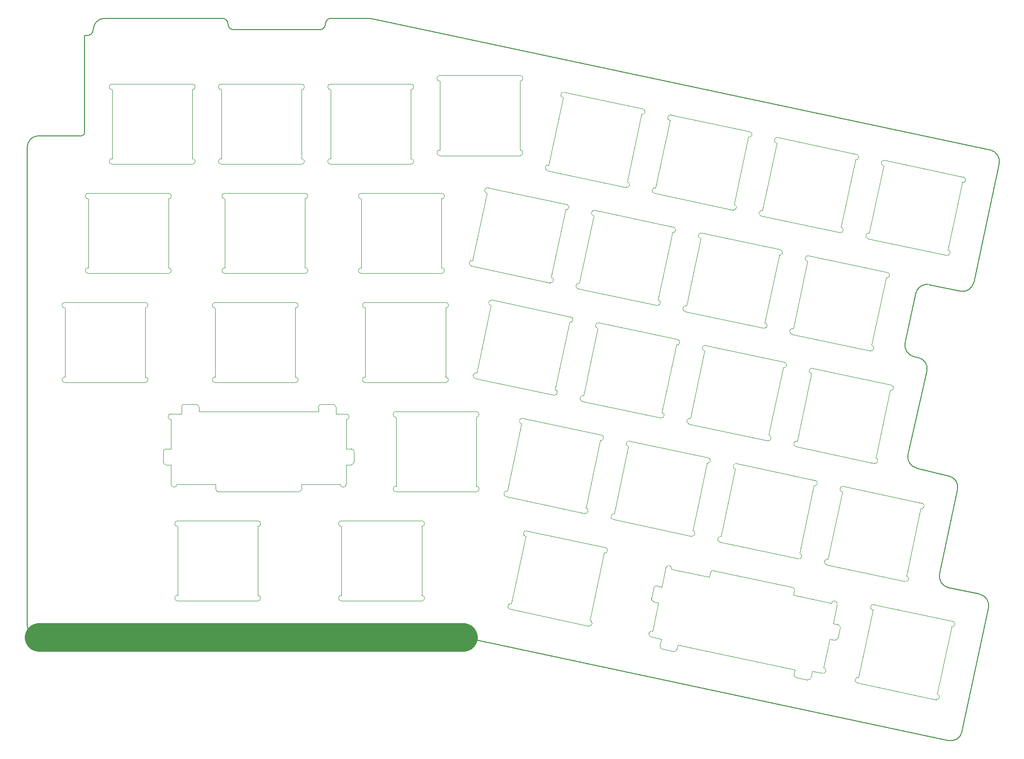
<source format=gm1>
G04 #@! TF.GenerationSoftware,KiCad,Pcbnew,(6.0.9)*
G04 #@! TF.CreationDate,2022-11-10T19:52:35+01:00*
G04 #@! TF.ProjectId,arisu,61726973-752e-46b6-9963-61645f706362,1.1*
G04 #@! TF.SameCoordinates,Original*
G04 #@! TF.FileFunction,Profile,NP*
%FSLAX46Y46*%
G04 Gerber Fmt 4.6, Leading zero omitted, Abs format (unit mm)*
G04 Created by KiCad (PCBNEW (6.0.9)) date 2022-11-10 19:52:35*
%MOMM*%
%LPD*%
G01*
G04 APERTURE LIST*
G04 #@! TA.AperFunction,Profile*
%ADD10C,0.150000*%
G04 #@! TD*
G04 #@! TA.AperFunction,Profile*
%ADD11C,5.000000*%
G04 #@! TD*
G04 #@! TA.AperFunction,Profile*
%ADD12C,0.120000*%
G04 #@! TD*
G04 APERTURE END LIST*
D10*
X165079413Y-287610870D02*
G75*
G03*
X166619916Y-289982996I1956287J-415830D01*
G01*
X164590449Y-268170449D02*
G75*
G03*
X166130889Y-270542560I1956251J-415851D01*
G01*
X21000000Y-231999999D02*
G75*
G03*
X21499999Y-231500000I0J499999D01*
G01*
X46500000Y-212500000D02*
G75*
G03*
X45500000Y-211500000I-1000000J0D01*
G01*
X46500000Y-212500000D02*
G75*
G03*
X47500000Y-213500000I1000000J0D01*
G01*
X13500000Y-232000000D02*
G75*
G03*
X11500000Y-234000000I0J-2000000D01*
G01*
X172185789Y-291356274D02*
X166619916Y-289982996D01*
X45500000Y-211500000D02*
X25000000Y-211500000D01*
X62500000Y-213500000D02*
G75*
G03*
X63500000Y-212500000I0J1000000D01*
G01*
X168802540Y-257973431D02*
G75*
G03*
X166430436Y-259513834I-415840J-1956269D01*
G01*
X21000000Y-232000000D02*
X13500000Y-232000000D01*
X180962211Y-236839676D02*
X176554485Y-257576407D01*
X170597156Y-308449506D02*
G75*
G03*
X172137661Y-310821635I1956344J-415794D01*
G01*
X177566379Y-311975542D02*
X172137661Y-310821635D01*
X55000000Y-213500000D02*
X62500000Y-213500000D01*
X166864501Y-270698494D02*
X166130889Y-270542560D01*
X11500000Y-234000000D02*
X11500000Y-317500000D01*
X11500000Y-317500000D02*
G75*
G03*
X13500000Y-319500000I2000000J0D01*
G01*
X179106853Y-314347662D02*
X174512002Y-335964725D01*
X174182365Y-259116880D02*
G75*
G03*
X176554485Y-257576407I415835J1956280D01*
G01*
X22000000Y-214500000D02*
G75*
G03*
X23000000Y-213500000I0J1000000D01*
G01*
X64500000Y-211500000D02*
X71360000Y-211500000D01*
X180962251Y-236839685D02*
G75*
G03*
X179421741Y-234467560I-1956351J415785D01*
G01*
X166430436Y-259513834D02*
X164590417Y-268170442D01*
D11*
X13500000Y-319500000D02*
X87490000Y-319500000D01*
D10*
X64500000Y-211500000D02*
G75*
G03*
X63500000Y-212500000I0J-1000000D01*
G01*
X173726261Y-293728394D02*
X170597190Y-308449513D01*
X21500000Y-231500000D02*
X21500000Y-214500000D01*
X21500000Y-214500000D02*
X22000000Y-214500000D01*
X25000000Y-211500000D02*
G75*
G03*
X23000000Y-213500000I0J-2000000D01*
G01*
X179106841Y-314347659D02*
G75*
G03*
X177566379Y-311975542I-1956241J415859D01*
G01*
X55000000Y-213500000D02*
X47500000Y-213500000D01*
X174182365Y-259116881D02*
X168802554Y-257973364D01*
X172139884Y-337505196D02*
X87490000Y-319500000D01*
X172139882Y-337505204D02*
G75*
G03*
X174512002Y-335964725I415818J1956304D01*
G01*
X179421741Y-234467560D02*
X71360000Y-211500000D01*
X168404972Y-273070613D02*
X165079446Y-287610877D01*
X168405002Y-273070619D02*
G75*
G03*
X166864501Y-270698494I-1956302J415819D01*
G01*
X173726322Y-293728407D02*
G75*
G03*
X172185789Y-291356274I-1956322J415807D01*
G01*
D12*
X106249704Y-263577854D02*
X92560137Y-260668047D01*
X92352225Y-261646194D02*
X89858242Y-273379466D01*
X103339897Y-277267421D02*
X89650330Y-274357614D01*
X106041792Y-264556002D02*
X103547809Y-276289274D01*
X103339897Y-277267420D02*
G75*
G03*
X103547809Y-276289274I103956J489073D01*
G01*
X89858242Y-273379466D02*
G75*
G03*
X89650330Y-274357614I-103956J-489074D01*
G01*
X106041792Y-264556002D02*
G75*
G03*
X106249704Y-263577854I103956J489074D01*
G01*
X92560137Y-260668048D02*
G75*
G03*
X92352225Y-261646194I-103956J-489073D01*
G01*
X152019892Y-317074750D02*
X152727540Y-313745527D01*
X130630175Y-308243596D02*
X130466465Y-309013789D01*
X120307928Y-319422772D02*
X122071919Y-319797720D01*
X145183247Y-325904687D02*
X145346957Y-325134493D01*
X124810389Y-321574302D02*
X124974099Y-320804109D01*
X148164641Y-326538402D02*
X148407565Y-325395534D01*
X152864620Y-317254302D02*
X152019892Y-317074750D01*
X147562123Y-326929681D02*
X145574527Y-326507205D01*
X152283715Y-319987247D02*
X151438986Y-319807694D01*
X122156263Y-310727039D02*
X122863911Y-307397816D01*
X120519166Y-318428974D02*
X121575357Y-313459984D01*
X145288695Y-311359360D02*
X145124985Y-312129554D01*
X145346957Y-325134493D02*
X124974099Y-320804109D01*
X124207871Y-321965582D02*
X122220275Y-321543105D01*
X120339349Y-312677913D02*
X120709016Y-310938767D01*
X145124985Y-312129554D02*
X151733742Y-313534288D01*
X123857709Y-307609055D02*
X130466465Y-309013789D01*
X120730629Y-313280431D02*
X121575357Y-313459984D01*
X121311534Y-310547487D02*
X122156263Y-310727039D01*
X144897415Y-310756842D02*
X131232693Y-307852316D01*
X121828995Y-320940587D02*
X122071919Y-319797720D01*
X150171557Y-325770482D02*
X148407565Y-325395534D01*
X150382795Y-324776684D02*
X151438986Y-319807694D01*
X153255900Y-317856820D02*
X152886233Y-319595967D01*
X152283715Y-319987247D02*
G75*
G03*
X152886233Y-319595967I105619J496899D01*
G01*
X147562123Y-326929681D02*
G75*
G03*
X148164641Y-326538402I105619J496899D01*
G01*
X124207871Y-321965582D02*
G75*
G03*
X124810389Y-321574302I105618J496900D01*
G01*
X121311534Y-310547487D02*
G75*
G03*
X120709016Y-310938767I-105618J-496900D01*
G01*
X120519166Y-318428974D02*
G75*
G03*
X120307928Y-319422772I-105619J-496899D01*
G01*
X131232693Y-307852316D02*
G75*
G03*
X130630175Y-308243596I-105618J-496900D01*
G01*
X152727540Y-313745527D02*
G75*
G03*
X151733742Y-313534288I-496899J105620D01*
G01*
X150171557Y-325770482D02*
G75*
G03*
X150382795Y-324776684I105619J496899D01*
G01*
X120339351Y-312677913D02*
G75*
G03*
X120730629Y-313280431I496899J-105619D01*
G01*
X145288695Y-311359360D02*
G75*
G03*
X144897415Y-310756842I-496899J105619D01*
G01*
X121828996Y-320940587D02*
G75*
G03*
X122220275Y-321543105I496899J-105619D01*
G01*
X123857709Y-307609055D02*
G75*
G03*
X122863911Y-307397816I-496899J105620D01*
G01*
X145183247Y-325904687D02*
G75*
G03*
X145574527Y-326507205I496899J-105619D01*
G01*
X153255900Y-317856820D02*
G75*
G03*
X152864620Y-317254302I-496899J105619D01*
G01*
X40287700Y-222972303D02*
X26292300Y-222972303D01*
X40287700Y-223972303D02*
X40287700Y-235967703D01*
X40287700Y-236967703D02*
X26292300Y-236967703D01*
X26292300Y-223972303D02*
X26292300Y-235967703D01*
X26292300Y-235967703D02*
G75*
G03*
X26292300Y-236967703I0J-500000D01*
G01*
X40287700Y-236967703D02*
G75*
G03*
X40287700Y-235967703I0J500000D01*
G01*
X26292300Y-222972303D02*
G75*
G03*
X26292300Y-223972303I0J-500000D01*
G01*
X40287700Y-223972303D02*
G75*
G03*
X40287700Y-222972303I0J500000D01*
G01*
X161453166Y-255836141D02*
X147763599Y-252926334D01*
X158543359Y-269525708D02*
X144853792Y-266615901D01*
X147555687Y-253904481D02*
X145061704Y-265637753D01*
X161245254Y-256814289D02*
X158751271Y-268547561D01*
X145061704Y-265637753D02*
G75*
G03*
X144853792Y-266615901I-103956J-489074D01*
G01*
X158543359Y-269525707D02*
G75*
G03*
X158751271Y-268547561I103956J489073D01*
G01*
X147763599Y-252926335D02*
G75*
G03*
X147555687Y-253904481I-103956J-489073D01*
G01*
X161245254Y-256814289D02*
G75*
G03*
X161453166Y-255836141I103956J489074D01*
G01*
X84447701Y-261072301D02*
X70452301Y-261072301D01*
X84447701Y-275067701D02*
X70452301Y-275067701D01*
X70452301Y-262072301D02*
X70452301Y-274067701D01*
X84447701Y-262072301D02*
X84447701Y-274067701D01*
X70452301Y-274067701D02*
G75*
G03*
X70452301Y-275067701I0J-500000D01*
G01*
X84447701Y-275067701D02*
G75*
G03*
X84447701Y-274067701I0J500000D01*
G01*
X84447701Y-262072301D02*
G75*
G03*
X84447701Y-261072301I0J500000D01*
G01*
X70452301Y-261072301D02*
G75*
G03*
X70452301Y-262072301I0J-500000D01*
G01*
X140607315Y-285188872D02*
X126917748Y-282279065D01*
X129619643Y-269567645D02*
X127125660Y-281300917D01*
X143309210Y-272477453D02*
X140815227Y-284210725D01*
X143517122Y-271499305D02*
X129827555Y-268589498D01*
X143309210Y-272477453D02*
G75*
G03*
X143517122Y-271499305I103956J489074D01*
G01*
X127125660Y-281300917D02*
G75*
G03*
X126917748Y-282279065I-103956J-489074D01*
G01*
X129827555Y-268589499D02*
G75*
G03*
X129619643Y-269567645I-103956J-489073D01*
G01*
X140607315Y-285188871D02*
G75*
G03*
X140815227Y-284210725I103956J489073D01*
G01*
X32060200Y-261072300D02*
X18064800Y-261072300D01*
X32060200Y-262072300D02*
X32060200Y-274067700D01*
X32060200Y-275067700D02*
X18064800Y-275067700D01*
X18064800Y-262072300D02*
X18064800Y-274067700D01*
X32060200Y-275067700D02*
G75*
G03*
X32060200Y-274067700I0J500000D01*
G01*
X32060200Y-262072300D02*
G75*
G03*
X32060200Y-261072300I0J500000D01*
G01*
X18064800Y-261072300D02*
G75*
G03*
X18064800Y-262072300I0J-500000D01*
G01*
X18064800Y-274067700D02*
G75*
G03*
X18064800Y-275067700I0J-500000D01*
G01*
X130031584Y-289130796D02*
X127537601Y-300864068D01*
X130239496Y-288152648D02*
X116549929Y-285242841D01*
X116342017Y-286220988D02*
X113848034Y-297954260D01*
X127329689Y-301842215D02*
X113640122Y-298932408D01*
X127329689Y-301842214D02*
G75*
G03*
X127537601Y-300864068I103956J489073D01*
G01*
X116549929Y-285242842D02*
G75*
G03*
X116342017Y-286220988I-103956J-489073D01*
G01*
X113848034Y-297954260D02*
G75*
G03*
X113640122Y-298932408I-103956J-489074D01*
G01*
X130031584Y-289130796D02*
G75*
G03*
X130239496Y-288152648I103956J489074D01*
G01*
X58253948Y-262072301D02*
X58253948Y-274067701D01*
X58253948Y-275067701D02*
X44258548Y-275067701D01*
X58253948Y-261072301D02*
X44258548Y-261072301D01*
X44258548Y-262072301D02*
X44258548Y-274067701D01*
X58253948Y-275067701D02*
G75*
G03*
X58253948Y-274067701I0J500000D01*
G01*
X44258548Y-261072301D02*
G75*
G03*
X44258548Y-262072301I0J-500000D01*
G01*
X58253948Y-262072301D02*
G75*
G03*
X58253948Y-261072301I0J500000D01*
G01*
X44258548Y-274067701D02*
G75*
G03*
X44258548Y-275067701I0J-500000D01*
G01*
X124675500Y-268516728D02*
X122181517Y-280250000D01*
X121973605Y-281228147D02*
X108284038Y-278318340D01*
X124883412Y-267538580D02*
X111193845Y-264628773D01*
X110985933Y-265606920D02*
X108491950Y-277340192D01*
X111193845Y-264628774D02*
G75*
G03*
X110985933Y-265606920I-103956J-489073D01*
G01*
X121973605Y-281228146D02*
G75*
G03*
X122181517Y-280250000I103956J489073D01*
G01*
X108491950Y-277340192D02*
G75*
G03*
X108284038Y-278318340I-103956J-489074D01*
G01*
X124675500Y-268516728D02*
G75*
G03*
X124883412Y-267538580I103956J489074D01*
G01*
X36125197Y-256017702D02*
X22129797Y-256017702D01*
X36125197Y-242022302D02*
X22129797Y-242022302D01*
X22129797Y-243022302D02*
X22129797Y-255017702D01*
X36125197Y-243022302D02*
X36125197Y-255017702D01*
X36125197Y-256017702D02*
G75*
G03*
X36125197Y-255017702I0J500000D01*
G01*
X36125197Y-243022302D02*
G75*
G03*
X36125197Y-242022302I0J500000D01*
G01*
X22129797Y-255017702D02*
G75*
G03*
X22129797Y-256017702I0J-500000D01*
G01*
X22129797Y-242022302D02*
G75*
G03*
X22129797Y-243022302I0J-500000D01*
G01*
X169953244Y-330377698D02*
X156263677Y-327467891D01*
X172863051Y-316688131D02*
X159173484Y-313778324D01*
X172655139Y-317666279D02*
X170161156Y-329399551D01*
X158965572Y-314756471D02*
X156471589Y-326489743D01*
X159173484Y-313778325D02*
G75*
G03*
X158965572Y-314756471I-103956J-489073D01*
G01*
X156471589Y-326489743D02*
G75*
G03*
X156263677Y-327467891I-103956J-489074D01*
G01*
X169953244Y-330377697D02*
G75*
G03*
X170161156Y-329399551I103956J489073D01*
G01*
X172655139Y-317666279D02*
G75*
G03*
X172863051Y-316688131I103956J489074D01*
G01*
X59937701Y-256017702D02*
X45942301Y-256017702D01*
X45942301Y-243022302D02*
X45942301Y-255017702D01*
X59937701Y-242022302D02*
X45942301Y-242022302D01*
X59937701Y-243022302D02*
X59937701Y-255017702D01*
X45942301Y-255017702D02*
G75*
G03*
X45942301Y-256017702I0J-500000D01*
G01*
X45942301Y-242022302D02*
G75*
G03*
X45942301Y-243022302I0J-500000D01*
G01*
X59937701Y-243022302D02*
G75*
G03*
X59937701Y-242022302I0J500000D01*
G01*
X59937701Y-256017702D02*
G75*
G03*
X59937701Y-255017702I0J500000D01*
G01*
X102642230Y-257643526D02*
X88952663Y-254733719D01*
X91654558Y-242022299D02*
X89160575Y-253755571D01*
X105552037Y-243953959D02*
X91862470Y-241044152D01*
X105344125Y-244932107D02*
X102850142Y-256665379D01*
X91862470Y-241044153D02*
G75*
G03*
X91654558Y-242022299I-103956J-489073D01*
G01*
X102642230Y-257643525D02*
G75*
G03*
X102850142Y-256665379I103956J489073D01*
G01*
X105344125Y-244932107D02*
G75*
G03*
X105552037Y-243953959I103956J489074D01*
G01*
X89160575Y-253755571D02*
G75*
G03*
X88952663Y-254733719I-103956J-489074D01*
G01*
X37714803Y-300172299D02*
X37714803Y-312167699D01*
X51710203Y-300172299D02*
X51710203Y-312167699D01*
X51710203Y-299172299D02*
X37714803Y-299172299D01*
X51710203Y-313167699D02*
X37714803Y-313167699D01*
X51710203Y-300172299D02*
G75*
G03*
X51710203Y-299172299I0J500000D01*
G01*
X37714803Y-312167699D02*
G75*
G03*
X37714803Y-313167699I0J-500000D01*
G01*
X51710203Y-313167699D02*
G75*
G03*
X51710203Y-312167699I0J500000D01*
G01*
X37714803Y-299172299D02*
G75*
G03*
X37714803Y-300172299I0J-500000D01*
G01*
X89797701Y-280122301D02*
X75802301Y-280122301D01*
X89797701Y-281122301D02*
X89797701Y-293117701D01*
X75802301Y-281122301D02*
X75802301Y-293117701D01*
X89797701Y-294117701D02*
X75802301Y-294117701D01*
X89797701Y-294117701D02*
G75*
G03*
X89797701Y-293117701I0J500000D01*
G01*
X89797701Y-281122301D02*
G75*
G03*
X89797701Y-280122301I0J500000D01*
G01*
X75802301Y-293117701D02*
G75*
G03*
X75802301Y-294117701I0J-500000D01*
G01*
X75802301Y-280122301D02*
G75*
G03*
X75802301Y-281122301I0J-500000D01*
G01*
X110288267Y-245983024D02*
X107794284Y-257716296D01*
X123977834Y-248892832D02*
X121483851Y-260626104D01*
X124185746Y-247914684D02*
X110496179Y-245004877D01*
X121275939Y-261604251D02*
X107586372Y-258694444D01*
X107794284Y-257716296D02*
G75*
G03*
X107586372Y-258694444I-103956J-489074D01*
G01*
X123977834Y-248892832D02*
G75*
G03*
X124185746Y-247914684I103956J489074D01*
G01*
X121275939Y-261604250D02*
G75*
G03*
X121483851Y-260626104I103956J489073D01*
G01*
X110496179Y-245004878D02*
G75*
G03*
X110288267Y-245983024I-103956J-489073D01*
G01*
X104932215Y-225368957D02*
X102438232Y-237102229D01*
X118621782Y-228278765D02*
X116127799Y-240012037D01*
X118829694Y-227300617D02*
X105140127Y-224390810D01*
X115919887Y-240990184D02*
X102230320Y-238080377D01*
X115919887Y-240990183D02*
G75*
G03*
X116127799Y-240012037I103956J489073D01*
G01*
X102438232Y-237102229D02*
G75*
G03*
X102230320Y-238080377I-103956J-489074D01*
G01*
X105140127Y-224390811D02*
G75*
G03*
X104932215Y-225368957I-103956J-489073D01*
G01*
X118621782Y-228278765D02*
G75*
G03*
X118829694Y-227300617I103956J489074D01*
G01*
X67109152Y-281532001D02*
X67109152Y-286612001D01*
X62257752Y-279347601D02*
X62257752Y-280135001D01*
X36578352Y-289406001D02*
X36578352Y-292809601D01*
X36578352Y-280516001D02*
X38381752Y-280516001D01*
X44350752Y-292809601D02*
X37594352Y-292809601D01*
X35714752Y-289406001D02*
X36578352Y-289406001D01*
X67109152Y-289406001D02*
X67109152Y-292809601D01*
X35206752Y-288898001D02*
X35206752Y-287120001D01*
X59336752Y-293597001D02*
X59336752Y-292809601D01*
X68480752Y-287120001D02*
X68480752Y-288898001D01*
X38889752Y-278839601D02*
X40921752Y-278839601D01*
X62765752Y-278839601D02*
X64797752Y-278839601D01*
X67972752Y-286612001D02*
X67109152Y-286612001D01*
X44350752Y-293597001D02*
X44350752Y-292809601D01*
X65305752Y-279347601D02*
X65305752Y-280516001D01*
X36578352Y-281532001D02*
X36578352Y-286612001D01*
X41429752Y-280135001D02*
X62257752Y-280135001D01*
X41429752Y-279347601D02*
X41429752Y-280135001D01*
X35714752Y-286612001D02*
X36578352Y-286612001D01*
X67109152Y-280516001D02*
X65305752Y-280516001D01*
X38381752Y-279347601D02*
X38381752Y-280516001D01*
X44858752Y-294105001D02*
X58828752Y-294105001D01*
X66093152Y-292809601D02*
X59336752Y-292809601D01*
X67972752Y-289406001D02*
X67109152Y-289406001D01*
X44350752Y-293597001D02*
G75*
G03*
X44858752Y-294105001I508000J0D01*
G01*
X66093152Y-292809601D02*
G75*
G03*
X67109152Y-292809601I508000J0D01*
G01*
X38889752Y-278839601D02*
G75*
G03*
X38381752Y-279347601I0J-508000D01*
G01*
X65305752Y-279347601D02*
G75*
G03*
X64797752Y-278839601I-508001J-1D01*
G01*
X58828752Y-294105001D02*
G75*
G03*
X59336752Y-293597001I-1J508001D01*
G01*
X36578352Y-292809601D02*
G75*
G03*
X37594352Y-292809601I508000J0D01*
G01*
X62765752Y-278839601D02*
G75*
G03*
X62257752Y-279347601I1J-508001D01*
G01*
X35714752Y-286612001D02*
G75*
G03*
X35206752Y-287120001I0J-508000D01*
G01*
X41429752Y-279347601D02*
G75*
G03*
X40921752Y-278839601I-508000J0D01*
G01*
X67109152Y-281532001D02*
G75*
G03*
X67109152Y-280516001I0J508000D01*
G01*
X67972752Y-289406001D02*
G75*
G03*
X68480752Y-288898001I-1J508001D01*
G01*
X35206752Y-288898001D02*
G75*
G03*
X35714752Y-289406001I508000J0D01*
G01*
X36578352Y-280516001D02*
G75*
G03*
X36578352Y-281532001I0J-508000D01*
G01*
X68480752Y-287120001D02*
G75*
G03*
X67972752Y-286612001I-508001J-1D01*
G01*
X112303485Y-303815808D02*
X98613918Y-300906001D01*
X112095573Y-304793956D02*
X109601590Y-316527228D01*
X109393678Y-317505375D02*
X95704111Y-314595568D01*
X98406006Y-301884148D02*
X95912023Y-313617420D01*
X95912023Y-313617420D02*
G75*
G03*
X95704111Y-314595568I-103956J-489074D01*
G01*
X112095573Y-304793956D02*
G75*
G03*
X112303485Y-303815808I103956J489074D01*
G01*
X109393678Y-317505374D02*
G75*
G03*
X109601590Y-316527228I103956J489073D01*
G01*
X98613918Y-300906002D02*
G75*
G03*
X98406006Y-301884148I-103956J-489073D01*
G01*
X59337699Y-223972301D02*
X59337699Y-235967701D01*
X59337699Y-222972301D02*
X45342299Y-222972301D01*
X59337699Y-236967701D02*
X45342299Y-236967701D01*
X45342299Y-223972301D02*
X45342299Y-235967701D01*
X45342299Y-235967701D02*
G75*
G03*
X45342299Y-236967701I0J-500000D01*
G01*
X45342299Y-222972301D02*
G75*
G03*
X45342299Y-223972301I0J-500000D01*
G01*
X59337699Y-236967701D02*
G75*
G03*
X59337699Y-235967701I0J500000D01*
G01*
X59337699Y-223972301D02*
G75*
G03*
X59337699Y-222972301I0J500000D01*
G01*
X139909650Y-265564979D02*
X126220083Y-262655172D01*
X142611545Y-252853560D02*
X140117562Y-264586832D01*
X128921978Y-249943752D02*
X126427995Y-261677024D01*
X142819457Y-251875412D02*
X129129890Y-248965605D01*
X126427995Y-261677024D02*
G75*
G03*
X126220083Y-262655172I-103956J-489074D01*
G01*
X142611545Y-252853560D02*
G75*
G03*
X142819457Y-251875412I103956J489074D01*
G01*
X129129890Y-248965606D02*
G75*
G03*
X128921978Y-249943752I-103956J-489073D01*
G01*
X139909650Y-265564978D02*
G75*
G03*
X140117562Y-264586832I103956J489073D01*
G01*
X83442302Y-222471912D02*
X83442302Y-234467312D01*
X97437702Y-235467312D02*
X83442302Y-235467312D01*
X97437702Y-221471912D02*
X83442302Y-221471912D01*
X97437702Y-222471912D02*
X97437702Y-234467312D01*
X97437702Y-235467312D02*
G75*
G03*
X97437702Y-234467312I0J500000D01*
G01*
X83442302Y-221471912D02*
G75*
G03*
X83442302Y-222471912I0J-500000D01*
G01*
X97437702Y-222471912D02*
G75*
G03*
X97437702Y-221471912I0J500000D01*
G01*
X83442302Y-234467312D02*
G75*
G03*
X83442302Y-235467312I0J-500000D01*
G01*
X148253353Y-273528373D02*
X145759370Y-285261645D01*
X161942920Y-276438181D02*
X159448937Y-288171453D01*
X159241025Y-289149600D02*
X145551458Y-286239793D01*
X162150832Y-275460033D02*
X148461265Y-272550226D01*
X159241025Y-289149599D02*
G75*
G03*
X159448937Y-288171453I103956J489073D01*
G01*
X148461265Y-272550227D02*
G75*
G03*
X148253353Y-273528373I-103956J-489073D01*
G01*
X145759370Y-285261645D02*
G75*
G03*
X145551458Y-286239793I-103956J-489074D01*
G01*
X161942920Y-276438181D02*
G75*
G03*
X162150832Y-275460033I103956J489074D01*
G01*
X137255491Y-232239482D02*
X134761508Y-243972754D01*
X137463403Y-231261334D02*
X123773836Y-228351527D01*
X123565924Y-229329674D02*
X121071941Y-241062946D01*
X134553596Y-244950901D02*
X120864029Y-242041094D01*
X121071941Y-241062946D02*
G75*
G03*
X120864029Y-242041094I-103956J-489074D01*
G01*
X134553596Y-244950900D02*
G75*
G03*
X134761508Y-243972754I103956J489073D01*
G01*
X137255491Y-232239482D02*
G75*
G03*
X137463403Y-231261334I103956J489074D01*
G01*
X123773836Y-228351528D02*
G75*
G03*
X123565924Y-229329674I-103956J-489073D01*
G01*
X142199637Y-233290392D02*
X139705654Y-245023664D01*
X155889204Y-236200200D02*
X153395221Y-247933472D01*
X153187309Y-248911619D02*
X139497742Y-246001812D01*
X156097116Y-235222052D02*
X142407549Y-232312245D01*
X155889204Y-236200200D02*
G75*
G03*
X156097116Y-235222052I103956J489074D01*
G01*
X153187309Y-248911618D02*
G75*
G03*
X153395221Y-247933472I103956J489073D01*
G01*
X139705654Y-245023664D02*
G75*
G03*
X139497742Y-246001812I-103956J-489074D01*
G01*
X142407549Y-232312246D02*
G75*
G03*
X142199637Y-233290392I-103956J-489073D01*
G01*
X80285200Y-300172303D02*
X80285200Y-312167703D01*
X80285200Y-313167703D02*
X66289800Y-313167703D01*
X80285200Y-299172303D02*
X66289800Y-299172303D01*
X66289800Y-300172303D02*
X66289800Y-312167703D01*
X66289800Y-299172303D02*
G75*
G03*
X66289800Y-300172303I0J-500000D01*
G01*
X80285200Y-313167703D02*
G75*
G03*
X80285200Y-312167703I0J500000D01*
G01*
X66289800Y-312167703D02*
G75*
G03*
X66289800Y-313167703I0J-500000D01*
G01*
X80285200Y-300172303D02*
G75*
G03*
X80285200Y-299172303I0J500000D01*
G01*
X148665292Y-293091523D02*
X146171309Y-304824795D01*
X134975725Y-290181715D02*
X132481742Y-301914987D01*
X145963397Y-305802942D02*
X132273830Y-302893135D01*
X148873204Y-292113375D02*
X135183637Y-289203568D01*
X135183637Y-289203569D02*
G75*
G03*
X134975725Y-290181715I-103956J-489073D01*
G01*
X145963397Y-305802941D02*
G75*
G03*
X146171309Y-304824795I103956J489073D01*
G01*
X132481742Y-301914987D02*
G75*
G03*
X132273830Y-302893135I-103956J-489074D01*
G01*
X148665292Y-293091523D02*
G75*
G03*
X148873204Y-292113375I103956J489074D01*
G01*
X174730828Y-239182769D02*
X161041261Y-236272962D01*
X174522916Y-240160917D02*
X172028933Y-251894189D01*
X171821021Y-252872336D02*
X158131454Y-249962529D01*
X160833349Y-237251109D02*
X158339366Y-248984381D01*
X171821021Y-252872335D02*
G75*
G03*
X172028933Y-251894189I103956J489073D01*
G01*
X174522916Y-240160917D02*
G75*
G03*
X174730828Y-239182769I103956J489074D01*
G01*
X158339366Y-248984381D02*
G75*
G03*
X158131454Y-249962529I-103956J-489074D01*
G01*
X161041261Y-236272963D02*
G75*
G03*
X160833349Y-237251109I-103956J-489073D01*
G01*
X78387701Y-223972300D02*
X78387701Y-235967700D01*
X78387701Y-222972300D02*
X64392301Y-222972300D01*
X78387701Y-236967700D02*
X64392301Y-236967700D01*
X64392301Y-223972300D02*
X64392301Y-235967700D01*
X64392301Y-235967700D02*
G75*
G03*
X64392301Y-236967700I0J-500000D01*
G01*
X78387701Y-223972300D02*
G75*
G03*
X78387701Y-222972300I0J500000D01*
G01*
X78387701Y-236967700D02*
G75*
G03*
X78387701Y-235967700I0J500000D01*
G01*
X64392301Y-222972300D02*
G75*
G03*
X64392301Y-223972300I0J-500000D01*
G01*
X111605784Y-284191922D02*
X97916217Y-281282115D01*
X108695977Y-297881489D02*
X95006410Y-294971682D01*
X97708305Y-282260262D02*
X95214322Y-293993534D01*
X111397872Y-285170070D02*
X108903889Y-296903342D01*
X95214322Y-293993534D02*
G75*
G03*
X95006410Y-294971682I-103956J-489074D01*
G01*
X97916217Y-281282116D02*
G75*
G03*
X97708305Y-282260262I-103956J-489073D01*
G01*
X108695977Y-297881488D02*
G75*
G03*
X108903889Y-296903342I103956J489073D01*
G01*
X111397872Y-285170070D02*
G75*
G03*
X111605784Y-284191922I103956J489074D01*
G01*
X83747701Y-256017698D02*
X69752301Y-256017698D01*
X69752301Y-243022298D02*
X69752301Y-255017698D01*
X83747701Y-242022298D02*
X69752301Y-242022298D01*
X83747701Y-243022298D02*
X83747701Y-255017698D01*
X69752301Y-242022298D02*
G75*
G03*
X69752301Y-243022298I0J-500000D01*
G01*
X69752301Y-255017698D02*
G75*
G03*
X69752301Y-256017698I0J-500000D01*
G01*
X83747701Y-243022298D02*
G75*
G03*
X83747701Y-242022298I0J500000D01*
G01*
X83747701Y-256017698D02*
G75*
G03*
X83747701Y-255017698I0J500000D01*
G01*
X164597107Y-309763669D02*
X150907540Y-306853862D01*
X167299002Y-297052250D02*
X164805019Y-308785522D01*
X167506914Y-296074102D02*
X153817347Y-293164295D01*
X153609435Y-294142442D02*
X151115452Y-305875714D01*
X151115452Y-305875714D02*
G75*
G03*
X150907540Y-306853862I-103956J-489074D01*
G01*
X167299002Y-297052250D02*
G75*
G03*
X167506914Y-296074102I103956J489074D01*
G01*
X164597107Y-309763668D02*
G75*
G03*
X164805019Y-308785522I103956J489073D01*
G01*
X153817347Y-293164296D02*
G75*
G03*
X153609435Y-294142442I-103956J-489073D01*
G01*
M02*

</source>
